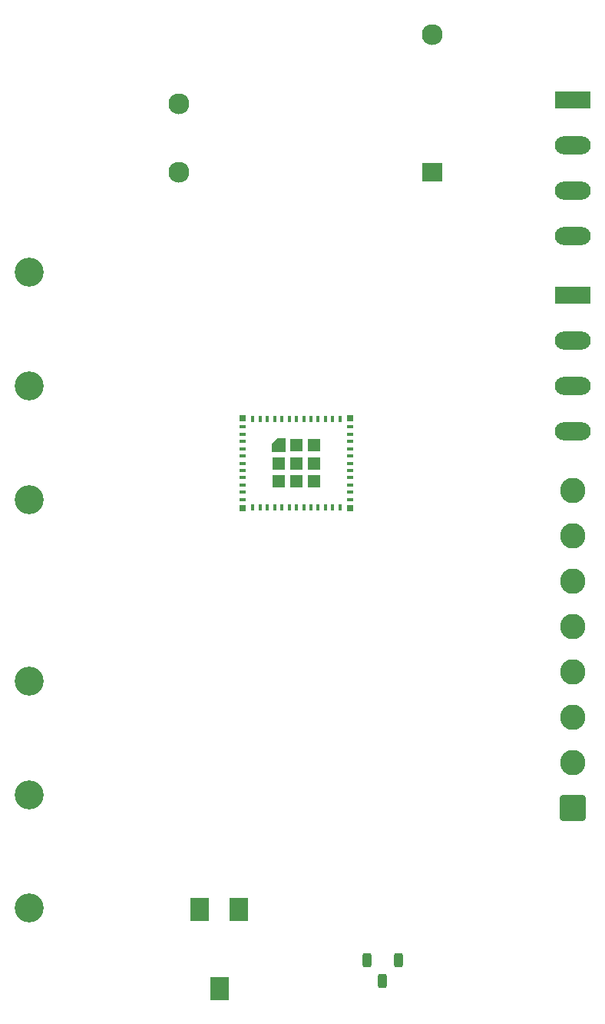
<source format=gbr>
%TF.GenerationSoftware,KiCad,Pcbnew,8.0.8*%
%TF.CreationDate,2025-02-08T14:15:15-05:00*%
%TF.ProjectId,Project_PCB_Subsystem,50726f6a-6563-4745-9f50-43425f537562,rev?*%
%TF.SameCoordinates,Original*%
%TF.FileFunction,Soldermask,Top*%
%TF.FilePolarity,Negative*%
%FSLAX46Y46*%
G04 Gerber Fmt 4.6, Leading zero omitted, Abs format (unit mm)*
G04 Created by KiCad (PCBNEW 8.0.8) date 2025-02-08 14:15:15*
%MOMM*%
%LPD*%
G01*
G04 APERTURE LIST*
G04 Aperture macros list*
%AMRoundRect*
0 Rectangle with rounded corners*
0 $1 Rounding radius*
0 $2 $3 $4 $5 $6 $7 $8 $9 X,Y pos of 4 corners*
0 Add a 4 corners polygon primitive as box body*
4,1,4,$2,$3,$4,$5,$6,$7,$8,$9,$2,$3,0*
0 Add four circle primitives for the rounded corners*
1,1,$1+$1,$2,$3*
1,1,$1+$1,$4,$5*
1,1,$1+$1,$6,$7*
1,1,$1+$1,$8,$9*
0 Add four rect primitives between the rounded corners*
20,1,$1+$1,$2,$3,$4,$5,0*
20,1,$1+$1,$4,$5,$6,$7,0*
20,1,$1+$1,$6,$7,$8,$9,0*
20,1,$1+$1,$8,$9,$2,$3,0*%
%AMOutline5P*
0 Free polygon, 5 corners , with rotation*
0 The origin of the aperture is its center*
0 number of corners: always 5*
0 $1 to $10 corner X, Y*
0 $11 Rotation angle, in degrees counterclockwise*
0 create outline with 5 corners*
4,1,5,$1,$2,$3,$4,$5,$6,$7,$8,$9,$10,$1,$2,$11*%
%AMOutline6P*
0 Free polygon, 6 corners , with rotation*
0 The origin of the aperture is its center*
0 number of corners: always 6*
0 $1 to $12 corner X, Y*
0 $13 Rotation angle, in degrees counterclockwise*
0 create outline with 6 corners*
4,1,6,$1,$2,$3,$4,$5,$6,$7,$8,$9,$10,$11,$12,$1,$2,$13*%
%AMOutline7P*
0 Free polygon, 7 corners , with rotation*
0 The origin of the aperture is its center*
0 number of corners: always 7*
0 $1 to $14 corner X, Y*
0 $15 Rotation angle, in degrees counterclockwise*
0 create outline with 7 corners*
4,1,7,$1,$2,$3,$4,$5,$6,$7,$8,$9,$10,$11,$12,$13,$14,$1,$2,$15*%
%AMOutline8P*
0 Free polygon, 8 corners , with rotation*
0 The origin of the aperture is its center*
0 number of corners: always 8*
0 $1 to $16 corner X, Y*
0 $17 Rotation angle, in degrees counterclockwise*
0 create outline with 8 corners*
4,1,8,$1,$2,$3,$4,$5,$6,$7,$8,$9,$10,$11,$12,$13,$14,$15,$16,$1,$2,$17*%
G04 Aperture macros list end*
%ADD10R,0.800000X0.400000*%
%ADD11R,0.400000X0.800000*%
%ADD12Outline5P,-0.725000X0.130500X-0.130500X0.725000X0.725000X0.725000X0.725000X-0.725000X-0.725000X-0.725000X0.000000*%
%ADD13R,1.450000X1.450000*%
%ADD14R,0.700000X0.700000*%
%ADD15R,2.000000X2.500000*%
%ADD16RoundRect,0.250000X0.250000X0.550000X-0.250000X0.550000X-0.250000X-0.550000X0.250000X-0.550000X0*%
%ADD17RoundRect,0.250001X1.149999X-1.149999X1.149999X1.149999X-1.149999X1.149999X-1.149999X-1.149999X0*%
%ADD18C,2.800000*%
%ADD19R,3.960000X1.980000*%
%ADD20O,3.960000X1.980000*%
%ADD21R,2.300000X2.000000*%
%ADD22C,2.300000*%
%ADD23C,3.200000*%
G04 APERTURE END LIST*
D10*
%TO.C,U1*%
X162600000Y-77000000D03*
X162600000Y-77800000D03*
X162600000Y-78600000D03*
X162600000Y-79400000D03*
X162600000Y-80200000D03*
X162600000Y-81000000D03*
X162600000Y-81800000D03*
X162600000Y-82600000D03*
X162600000Y-83400000D03*
X162600000Y-84200000D03*
X162600000Y-85000000D03*
D11*
X163700000Y-85900000D03*
X164500000Y-85900000D03*
X165300000Y-85900000D03*
X166100000Y-85900000D03*
X166900000Y-85900000D03*
X167700000Y-85900000D03*
X168500000Y-85900000D03*
X169300000Y-85900000D03*
X170100000Y-85900000D03*
X170900000Y-85900000D03*
X171700000Y-85900000D03*
X172500000Y-85900000D03*
X173300000Y-85900000D03*
D10*
X174400000Y-85000000D03*
X174400000Y-84200000D03*
X174400000Y-83400000D03*
X174400000Y-82600000D03*
X174400000Y-81800000D03*
X174400000Y-81000000D03*
X174400000Y-80200000D03*
X174400000Y-79400000D03*
X174400000Y-78600000D03*
X174400000Y-77800000D03*
X174400000Y-77000000D03*
D11*
X173300000Y-76100000D03*
X172500000Y-76100000D03*
X171700000Y-76100000D03*
X170900000Y-76100000D03*
X170100000Y-76100000D03*
X169300000Y-76100000D03*
X168500000Y-76100000D03*
X167700000Y-76100000D03*
X166900000Y-76100000D03*
X166100000Y-76100000D03*
X165300000Y-76100000D03*
X164500000Y-76100000D03*
X163700000Y-76100000D03*
D12*
X166525000Y-79025000D03*
D13*
X166525000Y-81000000D03*
X166525000Y-82975000D03*
X168500000Y-79025000D03*
X168500000Y-81000000D03*
X168500000Y-82975000D03*
X170475000Y-79025000D03*
X170475000Y-81000000D03*
X170475000Y-82975000D03*
D14*
X174450000Y-76050000D03*
X174450000Y-85950000D03*
X162550000Y-85950000D03*
X162550000Y-76050000D03*
%TD*%
D15*
%TO.C,RV1*%
X157850000Y-130175000D03*
X160000000Y-138825000D03*
X162150000Y-130175000D03*
%TD*%
D16*
%TO.C,B1*%
X179750000Y-135700000D03*
X178000000Y-138000000D03*
X176250000Y-135700000D03*
%TD*%
D17*
%TO.C,KS1*%
X199000000Y-119000000D03*
D18*
X199000000Y-114000000D03*
X199000000Y-109000000D03*
X199000000Y-104000000D03*
X199000000Y-99000000D03*
X199000000Y-94000000D03*
X199000000Y-89000000D03*
X199000000Y-84000000D03*
%TD*%
D19*
%TO.C,LS1*%
X199000000Y-41000000D03*
D20*
X199000000Y-46000000D03*
X199000000Y-51000000D03*
X199000000Y-56000000D03*
%TD*%
D21*
%TO.C,PS1*%
X183500000Y-48982500D03*
D22*
X183500000Y-33782500D03*
X155500000Y-48982500D03*
X155500000Y-41382500D03*
%TD*%
D19*
%TO.C,US1*%
X199000000Y-62500000D03*
D20*
X199000000Y-67500000D03*
X199000000Y-72500000D03*
X199000000Y-77500000D03*
%TD*%
D23*
%TO.C,MS2*%
X139000000Y-85000000D03*
X139000000Y-72500000D03*
X139000000Y-60000000D03*
%TD*%
%TO.C,MS1*%
X139000000Y-130000000D03*
X139000000Y-117500000D03*
X139000000Y-105000000D03*
%TD*%
M02*

</source>
